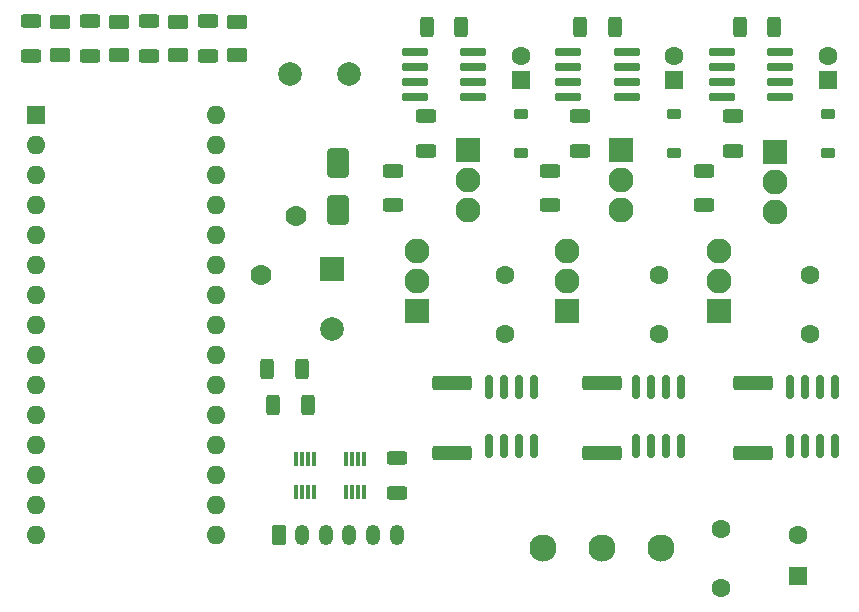
<source format=gbr>
%TF.GenerationSoftware,KiCad,Pcbnew,9.0.3*%
%TF.CreationDate,2025-07-09T22:45:58-05:00*%
%TF.ProjectId,focMotorController,666f634d-6f74-46f7-9243-6f6e74726f6c,rev?*%
%TF.SameCoordinates,Original*%
%TF.FileFunction,Soldermask,Top*%
%TF.FilePolarity,Negative*%
%FSLAX46Y46*%
G04 Gerber Fmt 4.6, Leading zero omitted, Abs format (unit mm)*
G04 Created by KiCad (PCBNEW 9.0.3) date 2025-07-09 22:45:58*
%MOMM*%
%LPD*%
G01*
G04 APERTURE LIST*
G04 Aperture macros list*
%AMRoundRect*
0 Rectangle with rounded corners*
0 $1 Rounding radius*
0 $2 $3 $4 $5 $6 $7 $8 $9 X,Y pos of 4 corners*
0 Add a 4 corners polygon primitive as box body*
4,1,4,$2,$3,$4,$5,$6,$7,$8,$9,$2,$3,0*
0 Add four circle primitives for the rounded corners*
1,1,$1+$1,$2,$3*
1,1,$1+$1,$4,$5*
1,1,$1+$1,$6,$7*
1,1,$1+$1,$8,$9*
0 Add four rect primitives between the rounded corners*
20,1,$1+$1,$2,$3,$4,$5,0*
20,1,$1+$1,$4,$5,$6,$7,0*
20,1,$1+$1,$6,$7,$8,$9,0*
20,1,$1+$1,$8,$9,$2,$3,0*%
G04 Aperture macros list end*
%ADD10RoundRect,0.250000X-0.312500X-0.625000X0.312500X-0.625000X0.312500X0.625000X-0.312500X0.625000X0*%
%ADD11RoundRect,0.250000X0.312500X0.625000X-0.312500X0.625000X-0.312500X-0.625000X0.312500X-0.625000X0*%
%ADD12RoundRect,0.250000X0.625000X-0.312500X0.625000X0.312500X-0.625000X0.312500X-0.625000X-0.312500X0*%
%ADD13RoundRect,0.250000X0.550000X-0.550000X0.550000X0.550000X-0.550000X0.550000X-0.550000X-0.550000X0*%
%ADD14C,1.600000*%
%ADD15C,1.770000*%
%ADD16RoundRect,0.250000X-0.650000X1.000000X-0.650000X-1.000000X0.650000X-1.000000X0.650000X1.000000X0*%
%ADD17RoundRect,0.250000X0.625000X-0.375000X0.625000X0.375000X-0.625000X0.375000X-0.625000X-0.375000X0*%
%ADD18RoundRect,0.250000X-1.425000X0.362500X-1.425000X-0.362500X1.425000X-0.362500X1.425000X0.362500X0*%
%ADD19RoundRect,0.250000X-0.625000X0.312500X-0.625000X-0.312500X0.625000X-0.312500X0.625000X0.312500X0*%
%ADD20RoundRect,0.225000X0.375000X-0.225000X0.375000X0.225000X-0.375000X0.225000X-0.375000X-0.225000X0*%
%ADD21RoundRect,0.102000X0.955000X-0.955000X0.955000X0.955000X-0.955000X0.955000X-0.955000X-0.955000X0*%
%ADD22C,2.114000*%
%ADD23RoundRect,0.102000X-0.955000X0.955000X-0.955000X-0.955000X0.955000X-0.955000X0.955000X0.955000X0*%
%ADD24RoundRect,0.102000X0.990600X0.254000X-0.990600X0.254000X-0.990600X-0.254000X0.990600X-0.254000X0*%
%ADD25RoundRect,0.250000X-0.350000X-0.625000X0.350000X-0.625000X0.350000X0.625000X-0.350000X0.625000X0*%
%ADD26O,1.200000X1.750000*%
%ADD27C,2.300000*%
%ADD28RoundRect,0.087500X-0.087500X0.537500X-0.087500X-0.537500X0.087500X-0.537500X0.087500X0.537500X0*%
%ADD29RoundRect,0.150000X0.150000X-0.825000X0.150000X0.825000X-0.150000X0.825000X-0.150000X-0.825000X0*%
%ADD30C,2.000000*%
%ADD31R,2.000000X2.000000*%
%ADD32R,1.600000X1.600000*%
%ADD33O,1.600000X1.600000*%
G04 APERTURE END LIST*
D10*
%TO.C,R13*%
X95037500Y-68500000D03*
X97962500Y-68500000D03*
%TD*%
D11*
%TO.C,R11*%
X137962500Y-39500000D03*
X135037500Y-39500000D03*
%TD*%
%TO.C,R8*%
X124462500Y-39500000D03*
X121537500Y-39500000D03*
%TD*%
%TO.C,R7*%
X111462500Y-39500000D03*
X108537500Y-39500000D03*
%TD*%
D12*
%TO.C,R3*%
X90000000Y-39022522D03*
X90000000Y-41947522D03*
%TD*%
%TO.C,R5*%
X80000000Y-39022522D03*
X80000000Y-41947522D03*
%TD*%
%TO.C,R4*%
X75020882Y-39037500D03*
X75020882Y-41962500D03*
%TD*%
%TO.C,R6*%
X85000000Y-39022522D03*
X85000000Y-41947522D03*
%TD*%
D10*
%TO.C,R2*%
X95537500Y-71500000D03*
X98462500Y-71500000D03*
%TD*%
D12*
%TO.C,R1*%
X106000000Y-78962500D03*
X106000000Y-76037500D03*
%TD*%
D13*
%TO.C,C7*%
X142500000Y-43955113D03*
D14*
X142500000Y-41955113D03*
%TD*%
D13*
%TO.C,C1*%
X140000000Y-86000000D03*
D14*
X140000000Y-82500000D03*
%TD*%
D15*
%TO.C,F1*%
X97500000Y-55500000D03*
X94500000Y-60500000D03*
%TD*%
D16*
%TO.C,D1*%
X101000000Y-51000000D03*
X101000000Y-55000000D03*
%TD*%
D17*
%TO.C,D3*%
X92500000Y-41885022D03*
X92500000Y-39085022D03*
%TD*%
D18*
%TO.C,R14*%
X110646100Y-69672500D03*
X110646100Y-75597500D03*
%TD*%
D13*
%TO.C,C6*%
X129500000Y-43955113D03*
D14*
X129500000Y-41955113D03*
%TD*%
D19*
%TO.C,R12*%
X134500000Y-47037500D03*
X134500000Y-49962500D03*
%TD*%
D20*
%TO.C,D8*%
X129500000Y-50150000D03*
X129500000Y-46850000D03*
%TD*%
D19*
%TO.C,R19*%
X105704100Y-51672500D03*
X105704100Y-54597500D03*
%TD*%
D13*
%TO.C,C8*%
X116500000Y-43955113D03*
D14*
X116500000Y-41955113D03*
%TD*%
D19*
%TO.C,R9*%
X121500000Y-47037500D03*
X121500000Y-49962500D03*
%TD*%
D20*
%TO.C,D7*%
X116500000Y-50150000D03*
X116500000Y-46850000D03*
%TD*%
D14*
%TO.C,C2*%
X133500000Y-82000000D03*
X133500000Y-87000000D03*
%TD*%
D21*
%TO.C,U5*%
X133262100Y-63587500D03*
D22*
X133262100Y-61047500D03*
X133262100Y-58507500D03*
%TD*%
D18*
%TO.C,R15*%
X123372000Y-69672500D03*
X123372000Y-75597500D03*
%TD*%
D19*
%TO.C,R10*%
X119000000Y-51672500D03*
X119000000Y-54597500D03*
%TD*%
D20*
%TO.C,D9*%
X142500000Y-50150000D03*
X142500000Y-46850000D03*
%TD*%
D18*
%TO.C,R16*%
X136204100Y-69672500D03*
X136204100Y-75597500D03*
%TD*%
D23*
%TO.C,U7*%
X125000000Y-49920000D03*
D22*
X125000000Y-52460000D03*
X125000000Y-55000000D03*
%TD*%
D19*
%TO.C,R22*%
X108500000Y-47037500D03*
X108500000Y-49962500D03*
%TD*%
D17*
%TO.C,D5*%
X82500000Y-41885022D03*
X82500000Y-39085022D03*
%TD*%
D24*
%TO.C,U10*%
X125463800Y-45405000D03*
X125463800Y-44135000D03*
X125463800Y-42865000D03*
X125463800Y-41595000D03*
X120536200Y-41595000D03*
X120536200Y-42865000D03*
X120536200Y-44135000D03*
X120536200Y-45405000D03*
%TD*%
D21*
%TO.C,U4*%
X120430000Y-63587500D03*
D22*
X120430000Y-61047500D03*
X120430000Y-58507500D03*
%TD*%
D14*
%TO.C,C4*%
X128204100Y-60500000D03*
X128204100Y-65500000D03*
%TD*%
D25*
%TO.C,J2*%
X96000000Y-82500000D03*
D26*
X98000000Y-82500000D03*
X100000000Y-82500000D03*
X102000000Y-82500000D03*
X104000000Y-82500000D03*
X106000000Y-82500000D03*
%TD*%
D27*
%TO.C,P1*%
X118372000Y-83635000D03*
X123372000Y-83635000D03*
X128372000Y-83635000D03*
%TD*%
D24*
%TO.C,U9*%
X112463800Y-45405000D03*
X112463800Y-44135000D03*
X112463800Y-42865000D03*
X112463800Y-41595000D03*
X107536200Y-41595000D03*
X107536200Y-42865000D03*
X107536200Y-44135000D03*
X107536200Y-45405000D03*
%TD*%
D28*
%TO.C,U2*%
X99000000Y-76100000D03*
X98500000Y-76100000D03*
X98000000Y-76100000D03*
X97500000Y-76100000D03*
X97500000Y-78900000D03*
X98000000Y-78900000D03*
X98500000Y-78900000D03*
X99000000Y-78900000D03*
%TD*%
D23*
%TO.C,U6*%
X112000000Y-49920000D03*
D22*
X112000000Y-52460000D03*
X112000000Y-55000000D03*
%TD*%
D29*
%TO.C,U13*%
X126299100Y-74975000D03*
X127569100Y-74975000D03*
X128839100Y-74975000D03*
X130109100Y-74975000D03*
X130109100Y-70025000D03*
X128839100Y-70025000D03*
X127569100Y-70025000D03*
X126299100Y-70025000D03*
%TD*%
%TO.C,U12*%
X113799100Y-74975000D03*
X115069100Y-74975000D03*
X116339100Y-74975000D03*
X117609100Y-74975000D03*
X117609100Y-70025000D03*
X116339100Y-70025000D03*
X115069100Y-70025000D03*
X113799100Y-70025000D03*
%TD*%
D30*
%TO.C,P2*%
X102000000Y-43500000D03*
X97000000Y-43500000D03*
%TD*%
D14*
%TO.C,C5*%
X141000000Y-60500000D03*
X141000000Y-65500000D03*
%TD*%
D31*
%TO.C,D2*%
X100550000Y-59960000D03*
D30*
X100550000Y-65040000D03*
%TD*%
D29*
%TO.C,U14*%
X139299100Y-74975000D03*
X140569100Y-74975000D03*
X141839100Y-74975000D03*
X143109100Y-74975000D03*
X143109100Y-70025000D03*
X141839100Y-70025000D03*
X140569100Y-70025000D03*
X139299100Y-70025000D03*
%TD*%
D23*
%TO.C,U8*%
X138000000Y-50047500D03*
D22*
X138000000Y-52587500D03*
X138000000Y-55127500D03*
%TD*%
D24*
%TO.C,U11*%
X138463800Y-45405000D03*
X138463800Y-44135000D03*
X138463800Y-42865000D03*
X138463800Y-41595000D03*
X133536200Y-41595000D03*
X133536200Y-42865000D03*
X133536200Y-44135000D03*
X133536200Y-45405000D03*
%TD*%
D19*
%TO.C,R20*%
X132000000Y-51672500D03*
X132000000Y-54597500D03*
%TD*%
D32*
%TO.C,A1*%
X75500000Y-46980000D03*
D33*
X75500000Y-49520000D03*
X75500000Y-52060000D03*
X75500000Y-54600000D03*
X75500000Y-57140000D03*
X75500000Y-59680000D03*
X75500000Y-62220000D03*
X75500000Y-64760000D03*
X75500000Y-67300000D03*
X75500000Y-69840000D03*
X75500000Y-72380000D03*
X75500000Y-74920000D03*
X75500000Y-77460000D03*
X75500000Y-80000000D03*
X75500000Y-82540000D03*
X90740000Y-82540000D03*
X90740000Y-80000000D03*
X90740000Y-77460000D03*
X90740000Y-74920000D03*
X90740000Y-72380000D03*
X90740000Y-69840000D03*
X90740000Y-67300000D03*
X90740000Y-64760000D03*
X90740000Y-62220000D03*
X90740000Y-59680000D03*
X90740000Y-57140000D03*
X90740000Y-54600000D03*
X90740000Y-52060000D03*
X90740000Y-49520000D03*
X90740000Y-46980000D03*
%TD*%
D14*
%TO.C,C3*%
X115204100Y-60500000D03*
X115204100Y-65500000D03*
%TD*%
D28*
%TO.C,U1*%
X103250000Y-76100000D03*
X102750000Y-76100000D03*
X102250000Y-76100000D03*
X101750000Y-76100000D03*
X101750000Y-78900000D03*
X102250000Y-78900000D03*
X102750000Y-78900000D03*
X103250000Y-78900000D03*
%TD*%
D21*
%TO.C,U3*%
X107704100Y-63587500D03*
D22*
X107704100Y-61047500D03*
X107704100Y-58507500D03*
%TD*%
D17*
%TO.C,D6*%
X87500000Y-41885022D03*
X87500000Y-39085022D03*
%TD*%
%TO.C,D4*%
X77500000Y-41885022D03*
X77500000Y-39085022D03*
%TD*%
M02*

</source>
